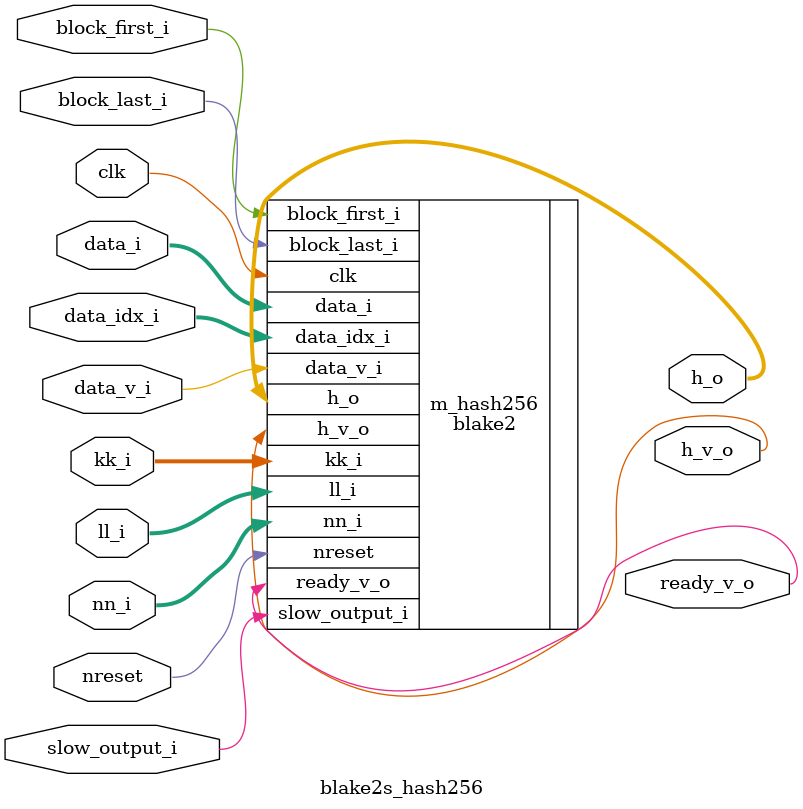
<source format=v>
`timescale 1ns / 1ps


// Parametric implementation of Blake2 to implement b and s versions.
// Note : Doesn't support the use of a secret key.

// Configurations for b and s versions :
//
//                            | BLAKE2b          | BLAKE2s          |
//              --------------+------------------+------------------+
//               Bits in word | w = 64           | w = 32           |
//               Rounds in F  | r = 12           | r = 10           |
//               Block bytes  | bb = 128         | bb = 64          |
//               Hash bytes   | 1 <= nn <= 64    | 1 <= nn <= 32    |
//               Key bytes    | 0 <= kk <= 64    | 0 <= kk <= 32    |
//               Input bytes  | 0 <= ll < 2**128 | 0 <= ll < 2**64  |
//              --------------+------------------+------------------+
//               G Rotation   | (R1, R2, R3, R4) | (R1, R2, R3, R4) |
//                constants = | (32, 24, 16, 63) | (16, 12,  8,  7) |
//              --------------+------------------+------------------+
module blake2s_hash256(
	input wire         clk,
	input wire         nreset,

	input wire [5:0]   kk_i,
	input wire [5:0]   nn_i,
	input wire [63:0]  ll_i,

	input wire         block_first_i,               
	input wire         block_last_i,  
	input wire         slow_output_i,             
	
	input wire         data_v_i,
	input wire [5:0]   data_idx_i,	
	input wire [7:0]   data_i,

	output wire        ready_v_o,	
	output wire        h_v_o,
	output wire [7:0]  h_o
	);
	blake2 #( 
		.W(32),
		.R1(16),
		.R2(12),
		.R3(8),
		.R4(7),
		.R(4'd10)
		) m_hash256(
		.clk(clk),
		.nreset(nreset),

		.kk_i(kk_i),
		.nn_i(nn_i),
		.ll_i(ll_i),
		
		.block_first_i(block_first_i),
		.block_last_i(block_last_i),
		.slow_output_i(slow_output_i),
		
		.data_v_i(data_v_i),
		.data_idx_i(data_idx_i),
		.data_i(data_i),
		
		.ready_v_o(ready_v_o),
		.h_v_o(h_v_o),
		.h_o(h_o)
	);
endmodule

</source>
